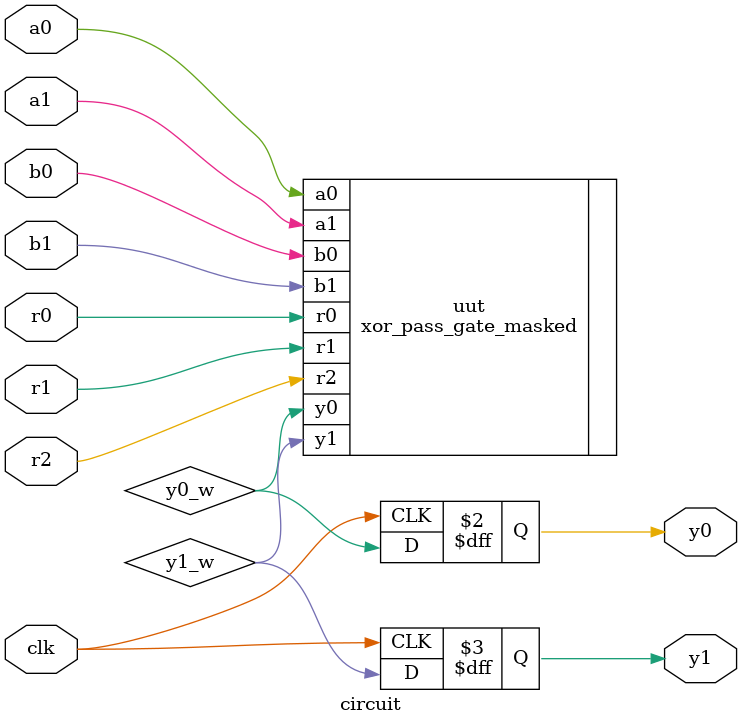
<source format=v>
module circuit (
    input  wire clk,

    input  wire a0,
    input  wire a1,
    input  wire b0,
    input  wire b1,

    input  wire r0,
    input  wire r1,
    input  wire r2,

    output reg  y0,
    output reg  y1
);

    wire y0_w;
    wire y1_w;

    xor_pass_gate_masked uut (
        .a0(a0),
        .a1(a1),
        .b0(b0),
        .b1(b1),
        .r0(r0),
        .r1(r1),
        .r2(r2),
        .y0(y0_w),
        .y1(y1_w)
    );

    always @(posedge clk) begin
        y0 <= y0_w;
        y1 <= y1_w;
    end

endmodule

</source>
